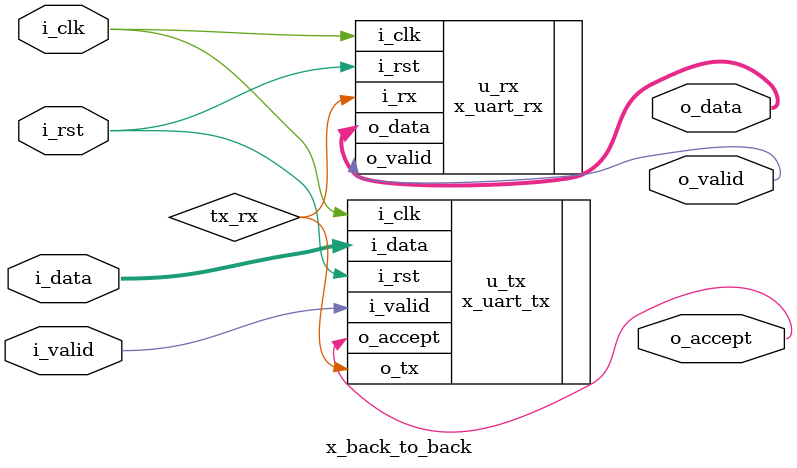
<source format=sv>
module x_back_to_back#(
   parameter integer p_clk_hz = 1000000, 
   parameter integer p_baud   = 115200
)(
   input    logic       i_clk,
   input    logic       i_rst,
   input    logic [7:0] i_data, 
   input    logic       i_valid,
   output   logic       o_accept,
   output   logic       o_valid,    
   output   logic [7:0] o_data
);
   logic tx_rx;

   x_uart_tx #(
      .p_clk_hz   (p_clk_hz   ),
      .p_baud     (p_baud     )
   ) u_tx (
      .i_clk      (i_clk      ),
      .i_rst      (i_rst      ),
      .i_data     (i_data     ),
      .o_tx       (tx_rx      ),
      .i_valid    (i_valid    ),
      .o_accept   (o_accept   )
   );

   x_uart_rx #(
      .p_clk_hz   (p_clk_hz   ),
      .p_baud     (p_baud     )
   )u_rx(
      .i_clk      (i_clk      ),
      .i_rst      (i_rst      ),
      .i_rx       (tx_rx      ),
      .o_valid    (o_valid    ),
      .o_data     (o_data     )
   );

endmodule

</source>
